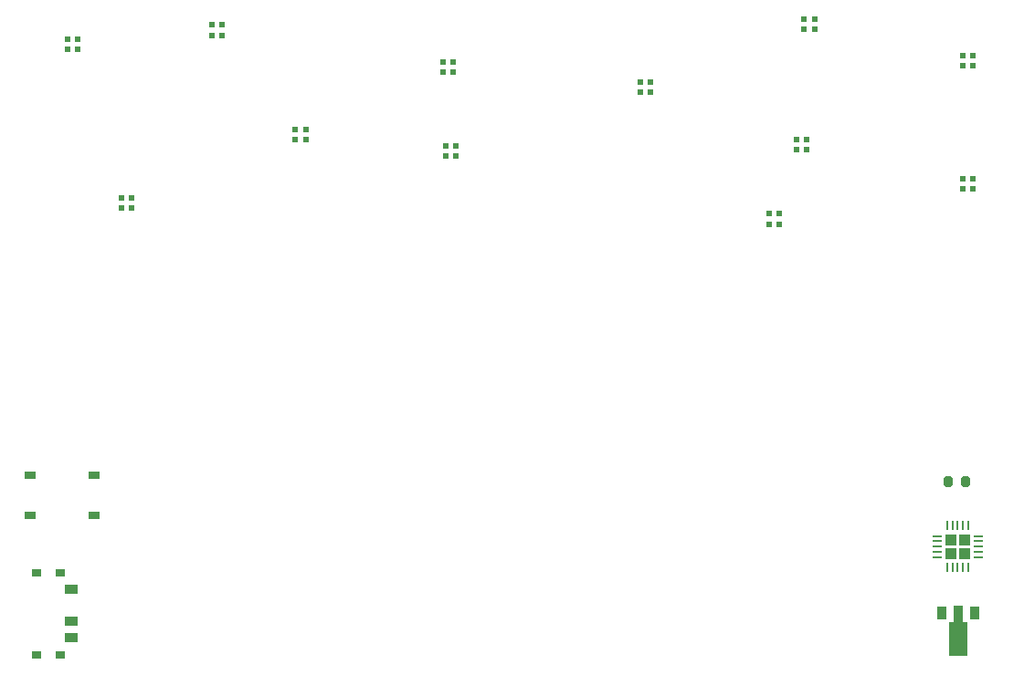
<source format=gtp>
%TF.GenerationSoftware,KiCad,Pcbnew,9.0.7*%
%TF.CreationDate,2026-01-22T21:49:42+01:00*%
%TF.ProjectId,RamadanCard,52616d61-6461-46e4-9361-72642e6b6963,rev?*%
%TF.SameCoordinates,Original*%
%TF.FileFunction,Paste,Top*%
%TF.FilePolarity,Positive*%
%FSLAX46Y46*%
G04 Gerber Fmt 4.6, Leading zero omitted, Abs format (unit mm)*
G04 Created by KiCad (PCBNEW 9.0.7) date 2026-01-22 21:49:42*
%MOMM*%
%LPD*%
G01*
G04 APERTURE LIST*
G04 Aperture macros list*
%AMRoundRect*
0 Rectangle with rounded corners*
0 $1 Rounding radius*
0 $2 $3 $4 $5 $6 $7 $8 $9 X,Y pos of 4 corners*
0 Add a 4 corners polygon primitive as box body*
4,1,4,$2,$3,$4,$5,$6,$7,$8,$9,$2,$3,0*
0 Add four circle primitives for the rounded corners*
1,1,$1+$1,$2,$3*
1,1,$1+$1,$4,$5*
1,1,$1+$1,$6,$7*
1,1,$1+$1,$8,$9*
0 Add four rect primitives between the rounded corners*
20,1,$1+$1,$2,$3,$4,$5,0*
20,1,$1+$1,$4,$5,$6,$7,0*
20,1,$1+$1,$6,$7,$8,$9,0*
20,1,$1+$1,$8,$9,$2,$3,0*%
%AMFreePoly0*
4,1,9,3.862500,-0.866500,0.737500,-0.866500,0.737500,-0.450000,-0.737500,-0.450000,-0.737500,0.450000,0.737500,0.450000,0.737500,0.866500,3.862500,0.866500,3.862500,-0.866500,3.862500,-0.866500,$1*%
G04 Aperture macros list end*
%ADD10R,0.550000X0.550000*%
%ADD11RoundRect,0.200000X0.200000X0.275000X-0.200000X0.275000X-0.200000X-0.275000X0.200000X-0.275000X0*%
%ADD12R,0.900000X1.300000*%
%ADD13FreePoly0,270.000000*%
%ADD14R,1.200000X0.900000*%
%ADD15R,0.900000X0.800000*%
%ADD16RoundRect,0.249999X-0.290001X-0.290001X0.290001X-0.290001X0.290001X0.290001X-0.290001X0.290001X0*%
%ADD17RoundRect,0.062500X-0.350000X-0.062500X0.350000X-0.062500X0.350000X0.062500X-0.350000X0.062500X0*%
%ADD18RoundRect,0.062500X-0.062500X-0.350000X0.062500X-0.350000X0.062500X0.350000X-0.062500X0.350000X0*%
%ADD19R,1.000000X0.750000*%
G04 APERTURE END LIST*
D10*
%TO.C,D14*%
X148545100Y-87094200D03*
X149495100Y-87094200D03*
X149495100Y-86144200D03*
X148545100Y-86144200D03*
%TD*%
D11*
%TO.C,R1*%
X164269700Y-117873200D03*
X162619700Y-117873200D03*
%TD*%
D12*
%TO.C,U2*%
X165054200Y-130104500D03*
D13*
X163554200Y-130192000D03*
D12*
X162054200Y-130104500D03*
%TD*%
D14*
%TO.C,J1*%
X81374600Y-127889300D03*
X81357202Y-130844138D03*
X81374600Y-132389300D03*
D15*
X80324600Y-126339300D03*
X80324600Y-133939300D03*
X78124600Y-133939300D03*
X78124600Y-126339300D03*
%TD*%
D10*
%TO.C,D9*%
X116025000Y-87675800D03*
X116975000Y-87675800D03*
X116975000Y-86725800D03*
X116025000Y-86725800D03*
%TD*%
%TO.C,D2*%
X149285600Y-75900700D03*
X150235600Y-75900700D03*
X150235600Y-74950700D03*
X149285600Y-74950700D03*
%TD*%
%TO.C,D8*%
X102123800Y-86136300D03*
X103073800Y-86136300D03*
X103073800Y-85186300D03*
X102123800Y-85186300D03*
%TD*%
D16*
%TO.C,U1*%
X162885400Y-123297700D03*
X162885400Y-124547700D03*
X164135400Y-123297700D03*
X164135400Y-124547700D03*
D17*
X161572900Y-122922700D03*
X161572900Y-123422700D03*
X161572900Y-123922700D03*
X161572900Y-124422700D03*
X161572900Y-124922700D03*
D18*
X162510400Y-125860200D03*
X163010400Y-125860200D03*
X163510400Y-125860200D03*
X164010400Y-125860200D03*
X164510400Y-125860200D03*
D17*
X165447900Y-124922700D03*
X165447900Y-124422700D03*
X165447900Y-123922700D03*
X165447900Y-123422700D03*
X165447900Y-122922700D03*
D18*
X164510400Y-121985200D03*
X164010400Y-121985200D03*
X163510400Y-121985200D03*
X163010400Y-121985200D03*
X162510400Y-121985200D03*
%TD*%
D10*
%TO.C,D3*%
X134054000Y-81747500D03*
X135004000Y-81747500D03*
X135004000Y-80797500D03*
X134054000Y-80797500D03*
%TD*%
%TO.C,D5*%
X94373200Y-76450100D03*
X95323200Y-76450100D03*
X95323200Y-75500100D03*
X94373200Y-75500100D03*
%TD*%
%TO.C,D1*%
X163987600Y-79303900D03*
X164937600Y-79303900D03*
X164937600Y-78353900D03*
X163987600Y-78353900D03*
%TD*%
D19*
%TO.C,S1*%
X77499400Y-117249300D03*
X83499400Y-117249300D03*
X77499400Y-120999300D03*
X83499400Y-120999300D03*
%TD*%
D10*
%TO.C,D15*%
X146025000Y-93975000D03*
X146975000Y-93975000D03*
X146975000Y-93025000D03*
X146025000Y-93025000D03*
%TD*%
%TO.C,D7*%
X86000000Y-92500000D03*
X86950000Y-92500000D03*
X86950000Y-91550000D03*
X86000000Y-91550000D03*
%TD*%
%TO.C,D4*%
X115773000Y-79854900D03*
X116723000Y-79854900D03*
X116723000Y-78904900D03*
X115773000Y-78904900D03*
%TD*%
%TO.C,D6*%
X81025000Y-77769700D03*
X81975000Y-77769700D03*
X81975000Y-76819700D03*
X81025000Y-76819700D03*
%TD*%
%TO.C,D16*%
X163943700Y-90739600D03*
X164893700Y-90739600D03*
X164893700Y-89789600D03*
X163943700Y-89789600D03*
%TD*%
M02*

</source>
